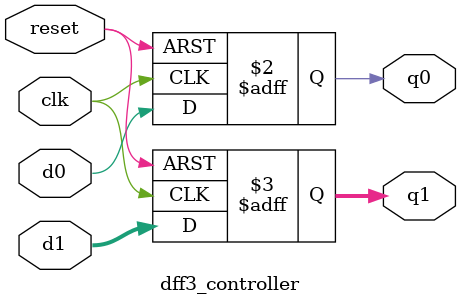
<source format=v>
`timescale 1ns / 1ps


module dff3_controller (
    input clk, reset,
    input [0:0] d0,
    input [1:0] d1,
    output reg [0:0] q0,
    output reg [1:0] q1
);

    always @(posedge clk or posedge reset) begin
        if (reset) begin
            q0 <= 1'b0;
            q1 <= 2'b0;
        end else begin
            q0 <= d0;
            q1 <= d1;
        end
    end
endmodule

</source>
